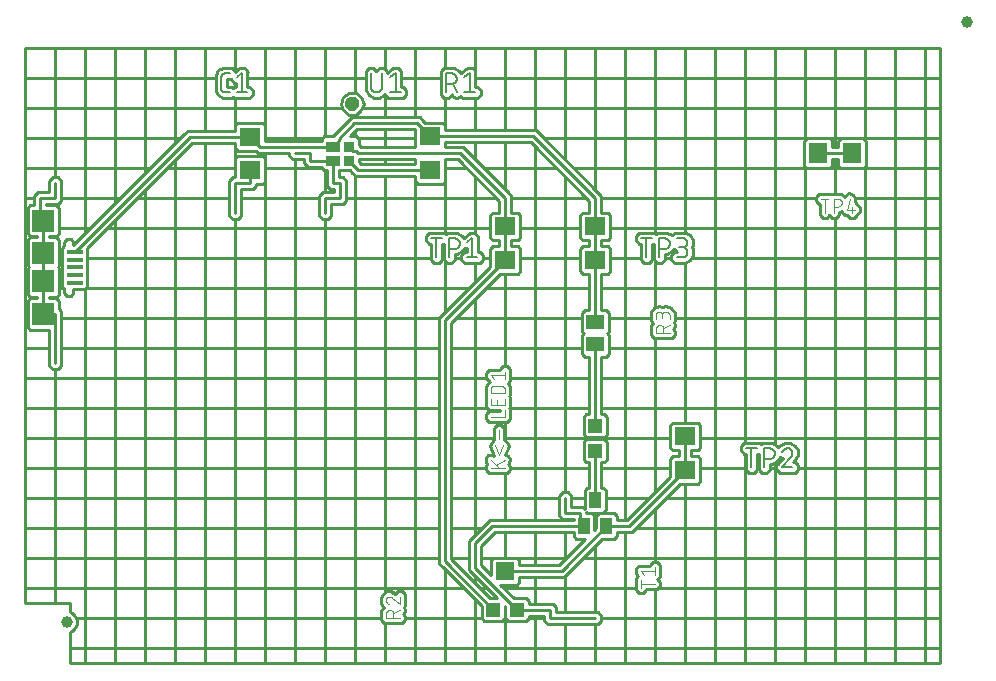
<source format=gtl>
G04 EAGLE Gerber RS-274X export*
G75*
%MOMM*%
%FSLAX34Y34*%
%LPD*%
%INTop Copper*%
%IPPOS*%
%AMOC8*
5,1,8,0,0,1.08239X$1,22.5*%
G01*
%ADD10C,0.152400*%
%ADD11C,0.101600*%
%ADD12C,0.812800*%
%ADD13R,1.800000X1.600000*%
%ADD14R,1.346200X0.381000*%
%ADD15R,1.900000X1.900000*%
%ADD16R,1.200000X1.200000*%
%ADD17R,1.803000X1.600000*%
%ADD18R,1.600000X1.500000*%
%ADD19R,1.500000X1.300000*%
%ADD20R,1.000000X1.400000*%
%ADD21R,1.600000X1.803000*%
%ADD22C,1.000000*%
%ADD23R,0.950000X0.850000*%
%ADD24R,1.150000X0.850000*%
%ADD25R,1.150000X0.970000*%
%ADD26R,0.950000X0.970000*%
%ADD27C,0.254000*%


D10*
X-893713Y546862D02*
X-897326Y546862D01*
X-897444Y546864D01*
X-897562Y546870D01*
X-897680Y546879D01*
X-897797Y546893D01*
X-897914Y546910D01*
X-898031Y546931D01*
X-898146Y546956D01*
X-898261Y546985D01*
X-898375Y547018D01*
X-898487Y547054D01*
X-898598Y547094D01*
X-898708Y547137D01*
X-898817Y547184D01*
X-898924Y547234D01*
X-899029Y547289D01*
X-899132Y547346D01*
X-899233Y547407D01*
X-899333Y547471D01*
X-899430Y547538D01*
X-899525Y547608D01*
X-899617Y547682D01*
X-899708Y547758D01*
X-899795Y547838D01*
X-899880Y547920D01*
X-899962Y548005D01*
X-900042Y548092D01*
X-900118Y548183D01*
X-900192Y548275D01*
X-900262Y548370D01*
X-900329Y548467D01*
X-900393Y548567D01*
X-900454Y548668D01*
X-900511Y548771D01*
X-900566Y548876D01*
X-900616Y548983D01*
X-900663Y549092D01*
X-900706Y549202D01*
X-900746Y549313D01*
X-900782Y549425D01*
X-900815Y549539D01*
X-900844Y549654D01*
X-900869Y549769D01*
X-900890Y549886D01*
X-900907Y550003D01*
X-900921Y550120D01*
X-900930Y550238D01*
X-900936Y550356D01*
X-900938Y550474D01*
X-900938Y559506D01*
X-900936Y559624D01*
X-900930Y559742D01*
X-900921Y559860D01*
X-900907Y559977D01*
X-900890Y560094D01*
X-900869Y560211D01*
X-900844Y560326D01*
X-900815Y560441D01*
X-900782Y560555D01*
X-900746Y560667D01*
X-900706Y560778D01*
X-900663Y560888D01*
X-900616Y560997D01*
X-900566Y561104D01*
X-900511Y561209D01*
X-900454Y561312D01*
X-900393Y561413D01*
X-900329Y561513D01*
X-900262Y561610D01*
X-900192Y561705D01*
X-900118Y561797D01*
X-900042Y561888D01*
X-899962Y561975D01*
X-899880Y562060D01*
X-899795Y562142D01*
X-899708Y562222D01*
X-899617Y562298D01*
X-899525Y562372D01*
X-899430Y562442D01*
X-899333Y562509D01*
X-899233Y562573D01*
X-899132Y562634D01*
X-899029Y562691D01*
X-898924Y562746D01*
X-898817Y562796D01*
X-898708Y562843D01*
X-898598Y562886D01*
X-898487Y562926D01*
X-898375Y562962D01*
X-898261Y562995D01*
X-898146Y563024D01*
X-898031Y563049D01*
X-897914Y563070D01*
X-897797Y563087D01*
X-897680Y563101D01*
X-897562Y563110D01*
X-897444Y563116D01*
X-897326Y563118D01*
X-893713Y563118D01*
X-887873Y559506D02*
X-883357Y563118D01*
X-883357Y546862D01*
X-887873Y546862D02*
X-878841Y546862D01*
X-773938Y551378D02*
X-773938Y563118D01*
X-773938Y551378D02*
X-773936Y551245D01*
X-773930Y551113D01*
X-773920Y550981D01*
X-773907Y550849D01*
X-773889Y550717D01*
X-773868Y550587D01*
X-773843Y550456D01*
X-773814Y550327D01*
X-773781Y550199D01*
X-773745Y550071D01*
X-773705Y549945D01*
X-773661Y549820D01*
X-773613Y549696D01*
X-773562Y549574D01*
X-773507Y549453D01*
X-773449Y549334D01*
X-773387Y549216D01*
X-773322Y549101D01*
X-773253Y548987D01*
X-773182Y548876D01*
X-773106Y548767D01*
X-773028Y548660D01*
X-772947Y548555D01*
X-772862Y548453D01*
X-772775Y548353D01*
X-772685Y548256D01*
X-772592Y548161D01*
X-772496Y548070D01*
X-772398Y547981D01*
X-772297Y547895D01*
X-772193Y547812D01*
X-772087Y547732D01*
X-771979Y547656D01*
X-771869Y547582D01*
X-771756Y547512D01*
X-771642Y547445D01*
X-771525Y547382D01*
X-771407Y547322D01*
X-771287Y547265D01*
X-771165Y547212D01*
X-771042Y547163D01*
X-770918Y547117D01*
X-770792Y547075D01*
X-770665Y547037D01*
X-770537Y547002D01*
X-770408Y546971D01*
X-770279Y546944D01*
X-770148Y546921D01*
X-770017Y546901D01*
X-769885Y546886D01*
X-769753Y546874D01*
X-769621Y546866D01*
X-769488Y546862D01*
X-769356Y546862D01*
X-769223Y546866D01*
X-769091Y546874D01*
X-768959Y546886D01*
X-768827Y546901D01*
X-768696Y546921D01*
X-768565Y546944D01*
X-768436Y546971D01*
X-768307Y547002D01*
X-768179Y547037D01*
X-768052Y547075D01*
X-767926Y547117D01*
X-767802Y547163D01*
X-767679Y547212D01*
X-767557Y547265D01*
X-767437Y547322D01*
X-767319Y547382D01*
X-767202Y547445D01*
X-767088Y547512D01*
X-766975Y547582D01*
X-766865Y547656D01*
X-766757Y547732D01*
X-766651Y547812D01*
X-766547Y547895D01*
X-766446Y547981D01*
X-766348Y548070D01*
X-766252Y548161D01*
X-766159Y548256D01*
X-766069Y548353D01*
X-765982Y548453D01*
X-765897Y548555D01*
X-765816Y548660D01*
X-765738Y548767D01*
X-765662Y548876D01*
X-765591Y548987D01*
X-765522Y549101D01*
X-765457Y549216D01*
X-765395Y549334D01*
X-765337Y549453D01*
X-765282Y549574D01*
X-765231Y549696D01*
X-765183Y549820D01*
X-765139Y549945D01*
X-765099Y550071D01*
X-765063Y550199D01*
X-765030Y550327D01*
X-765001Y550456D01*
X-764976Y550587D01*
X-764955Y550717D01*
X-764937Y550849D01*
X-764924Y550981D01*
X-764914Y551113D01*
X-764908Y551245D01*
X-764906Y551378D01*
X-764907Y551378D02*
X-764907Y563118D01*
X-757786Y559506D02*
X-753270Y563118D01*
X-753270Y546862D01*
X-748755Y546862D02*
X-757786Y546862D01*
X-710438Y546862D02*
X-710438Y563118D01*
X-705922Y563118D01*
X-705789Y563116D01*
X-705657Y563110D01*
X-705525Y563100D01*
X-705393Y563087D01*
X-705261Y563069D01*
X-705131Y563048D01*
X-705000Y563023D01*
X-704871Y562994D01*
X-704743Y562961D01*
X-704615Y562925D01*
X-704489Y562885D01*
X-704364Y562841D01*
X-704240Y562793D01*
X-704118Y562742D01*
X-703997Y562687D01*
X-703878Y562629D01*
X-703760Y562567D01*
X-703645Y562502D01*
X-703531Y562433D01*
X-703420Y562362D01*
X-703311Y562286D01*
X-703204Y562208D01*
X-703099Y562127D01*
X-702997Y562042D01*
X-702897Y561955D01*
X-702800Y561865D01*
X-702705Y561772D01*
X-702614Y561676D01*
X-702525Y561578D01*
X-702439Y561477D01*
X-702356Y561373D01*
X-702276Y561267D01*
X-702200Y561159D01*
X-702126Y561049D01*
X-702056Y560936D01*
X-701989Y560822D01*
X-701926Y560705D01*
X-701866Y560587D01*
X-701809Y560467D01*
X-701756Y560345D01*
X-701707Y560222D01*
X-701661Y560098D01*
X-701619Y559972D01*
X-701581Y559845D01*
X-701546Y559717D01*
X-701515Y559588D01*
X-701488Y559459D01*
X-701465Y559328D01*
X-701445Y559197D01*
X-701430Y559065D01*
X-701418Y558933D01*
X-701410Y558801D01*
X-701406Y558668D01*
X-701406Y558536D01*
X-701410Y558403D01*
X-701418Y558271D01*
X-701430Y558139D01*
X-701445Y558007D01*
X-701465Y557876D01*
X-701488Y557745D01*
X-701515Y557616D01*
X-701546Y557487D01*
X-701581Y557359D01*
X-701619Y557232D01*
X-701661Y557106D01*
X-701707Y556982D01*
X-701756Y556859D01*
X-701809Y556737D01*
X-701866Y556617D01*
X-701926Y556499D01*
X-701989Y556382D01*
X-702056Y556268D01*
X-702126Y556155D01*
X-702200Y556045D01*
X-702276Y555937D01*
X-702356Y555831D01*
X-702439Y555727D01*
X-702525Y555626D01*
X-702614Y555528D01*
X-702705Y555432D01*
X-702800Y555339D01*
X-702897Y555249D01*
X-702997Y555162D01*
X-703099Y555077D01*
X-703204Y554996D01*
X-703311Y554918D01*
X-703420Y554842D01*
X-703531Y554771D01*
X-703645Y554702D01*
X-703760Y554637D01*
X-703878Y554575D01*
X-703997Y554517D01*
X-704118Y554462D01*
X-704240Y554411D01*
X-704364Y554363D01*
X-704489Y554319D01*
X-704615Y554279D01*
X-704743Y554243D01*
X-704871Y554210D01*
X-705000Y554181D01*
X-705131Y554156D01*
X-705261Y554135D01*
X-705393Y554117D01*
X-705525Y554104D01*
X-705657Y554094D01*
X-705789Y554088D01*
X-705922Y554086D01*
X-705922Y554087D02*
X-710438Y554087D01*
X-705019Y554087D02*
X-701407Y546862D01*
X-694898Y559506D02*
X-690383Y563118D01*
X-690383Y546862D01*
X-694898Y546862D02*
X-685867Y546862D01*
X-718622Y423418D02*
X-718622Y407162D01*
X-723138Y423418D02*
X-714107Y423418D01*
X-707817Y423418D02*
X-707817Y407162D01*
X-707817Y423418D02*
X-703301Y423418D01*
X-703168Y423416D01*
X-703036Y423410D01*
X-702904Y423400D01*
X-702772Y423387D01*
X-702640Y423369D01*
X-702510Y423348D01*
X-702379Y423323D01*
X-702250Y423294D01*
X-702122Y423261D01*
X-701994Y423225D01*
X-701868Y423185D01*
X-701743Y423141D01*
X-701619Y423093D01*
X-701497Y423042D01*
X-701376Y422987D01*
X-701257Y422929D01*
X-701139Y422867D01*
X-701024Y422802D01*
X-700910Y422733D01*
X-700799Y422662D01*
X-700690Y422586D01*
X-700583Y422508D01*
X-700478Y422427D01*
X-700376Y422342D01*
X-700276Y422255D01*
X-700179Y422165D01*
X-700084Y422072D01*
X-699993Y421976D01*
X-699904Y421878D01*
X-699818Y421777D01*
X-699735Y421673D01*
X-699655Y421567D01*
X-699579Y421459D01*
X-699505Y421349D01*
X-699435Y421236D01*
X-699368Y421122D01*
X-699305Y421005D01*
X-699245Y420887D01*
X-699188Y420767D01*
X-699135Y420645D01*
X-699086Y420522D01*
X-699040Y420398D01*
X-698998Y420272D01*
X-698960Y420145D01*
X-698925Y420017D01*
X-698894Y419888D01*
X-698867Y419759D01*
X-698844Y419628D01*
X-698824Y419497D01*
X-698809Y419365D01*
X-698797Y419233D01*
X-698789Y419101D01*
X-698785Y418968D01*
X-698785Y418836D01*
X-698789Y418703D01*
X-698797Y418571D01*
X-698809Y418439D01*
X-698824Y418307D01*
X-698844Y418176D01*
X-698867Y418045D01*
X-698894Y417916D01*
X-698925Y417787D01*
X-698960Y417659D01*
X-698998Y417532D01*
X-699040Y417406D01*
X-699086Y417282D01*
X-699135Y417159D01*
X-699188Y417037D01*
X-699245Y416917D01*
X-699305Y416799D01*
X-699368Y416682D01*
X-699435Y416568D01*
X-699505Y416455D01*
X-699579Y416345D01*
X-699655Y416237D01*
X-699735Y416131D01*
X-699818Y416027D01*
X-699904Y415926D01*
X-699993Y415828D01*
X-700084Y415732D01*
X-700179Y415639D01*
X-700276Y415549D01*
X-700376Y415462D01*
X-700478Y415377D01*
X-700583Y415296D01*
X-700690Y415218D01*
X-700799Y415142D01*
X-700910Y415071D01*
X-701024Y415002D01*
X-701139Y414937D01*
X-701257Y414875D01*
X-701376Y414817D01*
X-701497Y414762D01*
X-701619Y414711D01*
X-701743Y414663D01*
X-701868Y414619D01*
X-701994Y414579D01*
X-702122Y414543D01*
X-702250Y414510D01*
X-702379Y414481D01*
X-702510Y414456D01*
X-702640Y414435D01*
X-702772Y414417D01*
X-702904Y414404D01*
X-703036Y414394D01*
X-703168Y414388D01*
X-703301Y414386D01*
X-703301Y414387D02*
X-707817Y414387D01*
X-692918Y419806D02*
X-688402Y423418D01*
X-688402Y407162D01*
X-683887Y407162D02*
X-692918Y407162D01*
X-540822Y407162D02*
X-540822Y423418D01*
X-536307Y423418D02*
X-545338Y423418D01*
X-530017Y423418D02*
X-530017Y407162D01*
X-530017Y423418D02*
X-525501Y423418D01*
X-525368Y423416D01*
X-525236Y423410D01*
X-525104Y423400D01*
X-524972Y423387D01*
X-524840Y423369D01*
X-524710Y423348D01*
X-524579Y423323D01*
X-524450Y423294D01*
X-524322Y423261D01*
X-524194Y423225D01*
X-524068Y423185D01*
X-523943Y423141D01*
X-523819Y423093D01*
X-523697Y423042D01*
X-523576Y422987D01*
X-523457Y422929D01*
X-523339Y422867D01*
X-523224Y422802D01*
X-523110Y422733D01*
X-522999Y422662D01*
X-522890Y422586D01*
X-522783Y422508D01*
X-522678Y422427D01*
X-522576Y422342D01*
X-522476Y422255D01*
X-522379Y422165D01*
X-522284Y422072D01*
X-522193Y421976D01*
X-522104Y421878D01*
X-522018Y421777D01*
X-521935Y421673D01*
X-521855Y421567D01*
X-521779Y421459D01*
X-521705Y421349D01*
X-521635Y421236D01*
X-521568Y421122D01*
X-521505Y421005D01*
X-521445Y420887D01*
X-521388Y420767D01*
X-521335Y420645D01*
X-521286Y420522D01*
X-521240Y420398D01*
X-521198Y420272D01*
X-521160Y420145D01*
X-521125Y420017D01*
X-521094Y419888D01*
X-521067Y419759D01*
X-521044Y419628D01*
X-521024Y419497D01*
X-521009Y419365D01*
X-520997Y419233D01*
X-520989Y419101D01*
X-520985Y418968D01*
X-520985Y418836D01*
X-520989Y418703D01*
X-520997Y418571D01*
X-521009Y418439D01*
X-521024Y418307D01*
X-521044Y418176D01*
X-521067Y418045D01*
X-521094Y417916D01*
X-521125Y417787D01*
X-521160Y417659D01*
X-521198Y417532D01*
X-521240Y417406D01*
X-521286Y417282D01*
X-521335Y417159D01*
X-521388Y417037D01*
X-521445Y416917D01*
X-521505Y416799D01*
X-521568Y416682D01*
X-521635Y416568D01*
X-521705Y416455D01*
X-521779Y416345D01*
X-521855Y416237D01*
X-521935Y416131D01*
X-522018Y416027D01*
X-522104Y415926D01*
X-522193Y415828D01*
X-522284Y415732D01*
X-522379Y415639D01*
X-522476Y415549D01*
X-522576Y415462D01*
X-522678Y415377D01*
X-522783Y415296D01*
X-522890Y415218D01*
X-522999Y415142D01*
X-523110Y415071D01*
X-523224Y415002D01*
X-523339Y414937D01*
X-523457Y414875D01*
X-523576Y414817D01*
X-523697Y414762D01*
X-523819Y414711D01*
X-523943Y414663D01*
X-524068Y414619D01*
X-524194Y414579D01*
X-524322Y414543D01*
X-524450Y414510D01*
X-524579Y414481D01*
X-524710Y414456D01*
X-524840Y414435D01*
X-524972Y414417D01*
X-525104Y414404D01*
X-525236Y414394D01*
X-525368Y414388D01*
X-525501Y414386D01*
X-525501Y414387D02*
X-530017Y414387D01*
X-515118Y407162D02*
X-510602Y407162D01*
X-510469Y407164D01*
X-510337Y407170D01*
X-510205Y407180D01*
X-510073Y407193D01*
X-509941Y407211D01*
X-509811Y407232D01*
X-509680Y407257D01*
X-509551Y407286D01*
X-509423Y407319D01*
X-509295Y407355D01*
X-509169Y407395D01*
X-509044Y407439D01*
X-508920Y407487D01*
X-508798Y407538D01*
X-508677Y407593D01*
X-508558Y407651D01*
X-508440Y407713D01*
X-508325Y407778D01*
X-508211Y407847D01*
X-508100Y407918D01*
X-507991Y407994D01*
X-507884Y408072D01*
X-507779Y408153D01*
X-507677Y408238D01*
X-507577Y408325D01*
X-507480Y408415D01*
X-507385Y408508D01*
X-507294Y408604D01*
X-507205Y408702D01*
X-507119Y408803D01*
X-507036Y408907D01*
X-506956Y409013D01*
X-506880Y409121D01*
X-506806Y409231D01*
X-506736Y409344D01*
X-506669Y409458D01*
X-506606Y409575D01*
X-506546Y409693D01*
X-506489Y409813D01*
X-506436Y409935D01*
X-506387Y410058D01*
X-506341Y410182D01*
X-506299Y410308D01*
X-506261Y410435D01*
X-506226Y410563D01*
X-506195Y410692D01*
X-506168Y410821D01*
X-506145Y410952D01*
X-506125Y411083D01*
X-506110Y411215D01*
X-506098Y411347D01*
X-506090Y411479D01*
X-506086Y411612D01*
X-506086Y411744D01*
X-506090Y411877D01*
X-506098Y412009D01*
X-506110Y412141D01*
X-506125Y412273D01*
X-506145Y412404D01*
X-506168Y412535D01*
X-506195Y412664D01*
X-506226Y412793D01*
X-506261Y412921D01*
X-506299Y413048D01*
X-506341Y413174D01*
X-506387Y413298D01*
X-506436Y413421D01*
X-506489Y413543D01*
X-506546Y413663D01*
X-506606Y413781D01*
X-506669Y413898D01*
X-506736Y414012D01*
X-506806Y414125D01*
X-506880Y414235D01*
X-506956Y414343D01*
X-507036Y414449D01*
X-507119Y414553D01*
X-507205Y414654D01*
X-507294Y414752D01*
X-507385Y414848D01*
X-507480Y414941D01*
X-507577Y415031D01*
X-507677Y415118D01*
X-507779Y415203D01*
X-507884Y415284D01*
X-507991Y415362D01*
X-508100Y415438D01*
X-508211Y415509D01*
X-508325Y415578D01*
X-508440Y415643D01*
X-508558Y415705D01*
X-508677Y415763D01*
X-508798Y415818D01*
X-508920Y415869D01*
X-509044Y415917D01*
X-509169Y415961D01*
X-509295Y416001D01*
X-509423Y416037D01*
X-509551Y416070D01*
X-509680Y416099D01*
X-509811Y416124D01*
X-509941Y416145D01*
X-510073Y416163D01*
X-510205Y416176D01*
X-510337Y416186D01*
X-510469Y416192D01*
X-510602Y416194D01*
X-509699Y423418D02*
X-515118Y423418D01*
X-509699Y423418D02*
X-509580Y423416D01*
X-509460Y423410D01*
X-509341Y423400D01*
X-509223Y423386D01*
X-509104Y423369D01*
X-508987Y423347D01*
X-508870Y423322D01*
X-508755Y423292D01*
X-508640Y423259D01*
X-508526Y423222D01*
X-508414Y423182D01*
X-508303Y423137D01*
X-508194Y423089D01*
X-508086Y423038D01*
X-507980Y422983D01*
X-507876Y422924D01*
X-507774Y422862D01*
X-507674Y422797D01*
X-507576Y422728D01*
X-507480Y422656D01*
X-507387Y422581D01*
X-507297Y422504D01*
X-507209Y422423D01*
X-507124Y422339D01*
X-507042Y422252D01*
X-506962Y422163D01*
X-506886Y422071D01*
X-506812Y421977D01*
X-506742Y421880D01*
X-506675Y421782D01*
X-506611Y421681D01*
X-506551Y421577D01*
X-506494Y421472D01*
X-506441Y421365D01*
X-506391Y421257D01*
X-506345Y421147D01*
X-506303Y421035D01*
X-506264Y420922D01*
X-506229Y420808D01*
X-506198Y420693D01*
X-506170Y420576D01*
X-506147Y420459D01*
X-506127Y420342D01*
X-506111Y420223D01*
X-506099Y420104D01*
X-506091Y419985D01*
X-506087Y419866D01*
X-506087Y419746D01*
X-506091Y419627D01*
X-506099Y419508D01*
X-506111Y419389D01*
X-506127Y419270D01*
X-506147Y419153D01*
X-506170Y419036D01*
X-506198Y418919D01*
X-506229Y418804D01*
X-506264Y418690D01*
X-506303Y418577D01*
X-506345Y418465D01*
X-506391Y418355D01*
X-506441Y418247D01*
X-506494Y418140D01*
X-506551Y418035D01*
X-506611Y417931D01*
X-506675Y417830D01*
X-506742Y417732D01*
X-506812Y417635D01*
X-506886Y417541D01*
X-506962Y417449D01*
X-507042Y417360D01*
X-507124Y417273D01*
X-507209Y417189D01*
X-507297Y417108D01*
X-507387Y417031D01*
X-507480Y416956D01*
X-507576Y416884D01*
X-507674Y416815D01*
X-507774Y416750D01*
X-507876Y416688D01*
X-507980Y416629D01*
X-508086Y416574D01*
X-508194Y416523D01*
X-508303Y416475D01*
X-508414Y416430D01*
X-508526Y416390D01*
X-508640Y416353D01*
X-508755Y416320D01*
X-508870Y416290D01*
X-508987Y416265D01*
X-509104Y416243D01*
X-509223Y416226D01*
X-509341Y416212D01*
X-509460Y416202D01*
X-509580Y416196D01*
X-509699Y416194D01*
X-509699Y416193D02*
X-513311Y416193D01*
X-451922Y245618D02*
X-451922Y229362D01*
X-456438Y245618D02*
X-447407Y245618D01*
X-441117Y245618D02*
X-441117Y229362D01*
X-441117Y245618D02*
X-436601Y245618D01*
X-436468Y245616D01*
X-436336Y245610D01*
X-436204Y245600D01*
X-436072Y245587D01*
X-435940Y245569D01*
X-435810Y245548D01*
X-435679Y245523D01*
X-435550Y245494D01*
X-435422Y245461D01*
X-435294Y245425D01*
X-435168Y245385D01*
X-435043Y245341D01*
X-434919Y245293D01*
X-434797Y245242D01*
X-434676Y245187D01*
X-434557Y245129D01*
X-434439Y245067D01*
X-434324Y245002D01*
X-434210Y244933D01*
X-434099Y244862D01*
X-433990Y244786D01*
X-433883Y244708D01*
X-433778Y244627D01*
X-433676Y244542D01*
X-433576Y244455D01*
X-433479Y244365D01*
X-433384Y244272D01*
X-433293Y244176D01*
X-433204Y244078D01*
X-433118Y243977D01*
X-433035Y243873D01*
X-432955Y243767D01*
X-432879Y243659D01*
X-432805Y243549D01*
X-432735Y243436D01*
X-432668Y243322D01*
X-432605Y243205D01*
X-432545Y243087D01*
X-432488Y242967D01*
X-432435Y242845D01*
X-432386Y242722D01*
X-432340Y242598D01*
X-432298Y242472D01*
X-432260Y242345D01*
X-432225Y242217D01*
X-432194Y242088D01*
X-432167Y241959D01*
X-432144Y241828D01*
X-432124Y241697D01*
X-432109Y241565D01*
X-432097Y241433D01*
X-432089Y241301D01*
X-432085Y241168D01*
X-432085Y241036D01*
X-432089Y240903D01*
X-432097Y240771D01*
X-432109Y240639D01*
X-432124Y240507D01*
X-432144Y240376D01*
X-432167Y240245D01*
X-432194Y240116D01*
X-432225Y239987D01*
X-432260Y239859D01*
X-432298Y239732D01*
X-432340Y239606D01*
X-432386Y239482D01*
X-432435Y239359D01*
X-432488Y239237D01*
X-432545Y239117D01*
X-432605Y238999D01*
X-432668Y238882D01*
X-432735Y238768D01*
X-432805Y238655D01*
X-432879Y238545D01*
X-432955Y238437D01*
X-433035Y238331D01*
X-433118Y238227D01*
X-433204Y238126D01*
X-433293Y238028D01*
X-433384Y237932D01*
X-433479Y237839D01*
X-433576Y237749D01*
X-433676Y237662D01*
X-433778Y237577D01*
X-433883Y237496D01*
X-433990Y237418D01*
X-434099Y237342D01*
X-434210Y237271D01*
X-434324Y237202D01*
X-434439Y237137D01*
X-434557Y237075D01*
X-434676Y237017D01*
X-434797Y236962D01*
X-434919Y236911D01*
X-435043Y236863D01*
X-435168Y236819D01*
X-435294Y236779D01*
X-435422Y236743D01*
X-435550Y236710D01*
X-435679Y236681D01*
X-435810Y236656D01*
X-435940Y236635D01*
X-436072Y236617D01*
X-436204Y236604D01*
X-436336Y236594D01*
X-436468Y236588D01*
X-436601Y236586D01*
X-436601Y236587D02*
X-441117Y236587D01*
X-421251Y245618D02*
X-421126Y245616D01*
X-421001Y245610D01*
X-420876Y245601D01*
X-420752Y245587D01*
X-420628Y245570D01*
X-420504Y245549D01*
X-420382Y245524D01*
X-420260Y245495D01*
X-420139Y245463D01*
X-420019Y245427D01*
X-419900Y245387D01*
X-419783Y245344D01*
X-419667Y245297D01*
X-419552Y245246D01*
X-419440Y245192D01*
X-419328Y245134D01*
X-419219Y245074D01*
X-419112Y245009D01*
X-419006Y244942D01*
X-418903Y244871D01*
X-418802Y244797D01*
X-418703Y244720D01*
X-418607Y244640D01*
X-418513Y244557D01*
X-418422Y244472D01*
X-418333Y244383D01*
X-418248Y244292D01*
X-418165Y244198D01*
X-418085Y244102D01*
X-418008Y244003D01*
X-417934Y243902D01*
X-417863Y243799D01*
X-417796Y243693D01*
X-417731Y243586D01*
X-417671Y243477D01*
X-417613Y243365D01*
X-417559Y243253D01*
X-417508Y243138D01*
X-417461Y243022D01*
X-417418Y242905D01*
X-417378Y242786D01*
X-417342Y242666D01*
X-417310Y242545D01*
X-417281Y242423D01*
X-417256Y242301D01*
X-417235Y242177D01*
X-417218Y242053D01*
X-417204Y241929D01*
X-417195Y241804D01*
X-417189Y241679D01*
X-417187Y241554D01*
X-421251Y245618D02*
X-421394Y245616D01*
X-421536Y245610D01*
X-421679Y245600D01*
X-421821Y245587D01*
X-421962Y245569D01*
X-422104Y245548D01*
X-422244Y245523D01*
X-422384Y245494D01*
X-422523Y245461D01*
X-422661Y245424D01*
X-422798Y245384D01*
X-422933Y245340D01*
X-423068Y245292D01*
X-423201Y245240D01*
X-423333Y245185D01*
X-423463Y245126D01*
X-423591Y245064D01*
X-423718Y244998D01*
X-423843Y244929D01*
X-423966Y244857D01*
X-424087Y244781D01*
X-424205Y244702D01*
X-424322Y244619D01*
X-424436Y244534D01*
X-424548Y244445D01*
X-424657Y244354D01*
X-424764Y244259D01*
X-424869Y244162D01*
X-424970Y244061D01*
X-425069Y243958D01*
X-425165Y243853D01*
X-425258Y243744D01*
X-425348Y243633D01*
X-425435Y243520D01*
X-425519Y243405D01*
X-425599Y243287D01*
X-425677Y243167D01*
X-425751Y243045D01*
X-425821Y242921D01*
X-425889Y242795D01*
X-425952Y242667D01*
X-426013Y242538D01*
X-426070Y242407D01*
X-426123Y242275D01*
X-426172Y242141D01*
X-426218Y242006D01*
X-418542Y238393D02*
X-418448Y238485D01*
X-418358Y238579D01*
X-418270Y238676D01*
X-418185Y238776D01*
X-418103Y238878D01*
X-418024Y238983D01*
X-417949Y239090D01*
X-417877Y239199D01*
X-417808Y239310D01*
X-417742Y239424D01*
X-417680Y239539D01*
X-417621Y239656D01*
X-417566Y239775D01*
X-417515Y239895D01*
X-417467Y240017D01*
X-417422Y240140D01*
X-417382Y240264D01*
X-417345Y240390D01*
X-417312Y240517D01*
X-417283Y240644D01*
X-417257Y240773D01*
X-417236Y240902D01*
X-417218Y241032D01*
X-417205Y241162D01*
X-417195Y241292D01*
X-417189Y241423D01*
X-417187Y241554D01*
X-418541Y238393D02*
X-426218Y229362D01*
X-417187Y229362D01*
D11*
X-660908Y229108D02*
X-672592Y229108D01*
X-672592Y235599D02*
X-665452Y229108D01*
X-668048Y231704D02*
X-660908Y235599D01*
X-665452Y240101D02*
X-668697Y247890D01*
X-662206Y247890D02*
X-665452Y240101D01*
X-665452Y253055D02*
X-665452Y260844D01*
X-660908Y272395D02*
X-672592Y272395D01*
X-660908Y272395D02*
X-660908Y277588D01*
X-660908Y282301D02*
X-660908Y287494D01*
X-660908Y282301D02*
X-672592Y282301D01*
X-672592Y287494D01*
X-667399Y286196D02*
X-667399Y282301D01*
X-672592Y292185D02*
X-660908Y292185D01*
X-672592Y292185D02*
X-672592Y295430D01*
X-672590Y295543D01*
X-672584Y295656D01*
X-672574Y295769D01*
X-672560Y295882D01*
X-672543Y295994D01*
X-672521Y296105D01*
X-672496Y296215D01*
X-672466Y296325D01*
X-672433Y296433D01*
X-672396Y296540D01*
X-672356Y296646D01*
X-672311Y296750D01*
X-672263Y296853D01*
X-672212Y296954D01*
X-672157Y297053D01*
X-672099Y297150D01*
X-672037Y297245D01*
X-671972Y297338D01*
X-671904Y297428D01*
X-671833Y297516D01*
X-671758Y297602D01*
X-671681Y297685D01*
X-671601Y297765D01*
X-671518Y297842D01*
X-671432Y297917D01*
X-671344Y297988D01*
X-671254Y298056D01*
X-671161Y298121D01*
X-671066Y298183D01*
X-670969Y298241D01*
X-670870Y298296D01*
X-670769Y298347D01*
X-670666Y298395D01*
X-670562Y298440D01*
X-670456Y298480D01*
X-670349Y298517D01*
X-670241Y298550D01*
X-670131Y298580D01*
X-670021Y298605D01*
X-669910Y298627D01*
X-669798Y298644D01*
X-669685Y298658D01*
X-669572Y298668D01*
X-669459Y298674D01*
X-669346Y298676D01*
X-664154Y298676D01*
X-664041Y298674D01*
X-663928Y298668D01*
X-663815Y298658D01*
X-663702Y298644D01*
X-663590Y298627D01*
X-663479Y298605D01*
X-663369Y298580D01*
X-663259Y298550D01*
X-663151Y298517D01*
X-663044Y298480D01*
X-662938Y298440D01*
X-662834Y298395D01*
X-662731Y298347D01*
X-662630Y298296D01*
X-662531Y298241D01*
X-662434Y298183D01*
X-662339Y298121D01*
X-662246Y298056D01*
X-662156Y297988D01*
X-662068Y297917D01*
X-661982Y297842D01*
X-661899Y297765D01*
X-661819Y297685D01*
X-661742Y297602D01*
X-661667Y297516D01*
X-661596Y297428D01*
X-661528Y297338D01*
X-661463Y297245D01*
X-661401Y297150D01*
X-661343Y297053D01*
X-661288Y296954D01*
X-661237Y296853D01*
X-661189Y296750D01*
X-661144Y296646D01*
X-661104Y296540D01*
X-661067Y296433D01*
X-661034Y296325D01*
X-661004Y296215D01*
X-660979Y296105D01*
X-660957Y295994D01*
X-660940Y295882D01*
X-660926Y295769D01*
X-660916Y295656D01*
X-660910Y295543D01*
X-660908Y295430D01*
X-660908Y292185D01*
X-669996Y303996D02*
X-672592Y307241D01*
X-660908Y307241D01*
X-660908Y303996D02*
X-660908Y310487D01*
X-532892Y343408D02*
X-521208Y343408D01*
X-532892Y343408D02*
X-532892Y346654D01*
X-532890Y346767D01*
X-532884Y346880D01*
X-532874Y346993D01*
X-532860Y347106D01*
X-532843Y347218D01*
X-532821Y347329D01*
X-532796Y347439D01*
X-532766Y347549D01*
X-532733Y347657D01*
X-532696Y347764D01*
X-532656Y347870D01*
X-532611Y347974D01*
X-532563Y348077D01*
X-532512Y348178D01*
X-532457Y348277D01*
X-532399Y348374D01*
X-532337Y348469D01*
X-532272Y348562D01*
X-532204Y348652D01*
X-532133Y348740D01*
X-532058Y348826D01*
X-531981Y348909D01*
X-531901Y348989D01*
X-531818Y349066D01*
X-531732Y349141D01*
X-531644Y349212D01*
X-531554Y349280D01*
X-531461Y349345D01*
X-531366Y349407D01*
X-531269Y349465D01*
X-531170Y349520D01*
X-531069Y349571D01*
X-530966Y349619D01*
X-530862Y349664D01*
X-530756Y349704D01*
X-530649Y349741D01*
X-530541Y349774D01*
X-530431Y349804D01*
X-530321Y349829D01*
X-530210Y349851D01*
X-530098Y349868D01*
X-529985Y349882D01*
X-529872Y349892D01*
X-529759Y349898D01*
X-529646Y349900D01*
X-529533Y349898D01*
X-529420Y349892D01*
X-529307Y349882D01*
X-529194Y349868D01*
X-529082Y349851D01*
X-528971Y349829D01*
X-528861Y349804D01*
X-528751Y349774D01*
X-528643Y349741D01*
X-528536Y349704D01*
X-528430Y349664D01*
X-528326Y349619D01*
X-528223Y349571D01*
X-528122Y349520D01*
X-528023Y349465D01*
X-527926Y349407D01*
X-527831Y349345D01*
X-527738Y349280D01*
X-527648Y349212D01*
X-527560Y349141D01*
X-527474Y349066D01*
X-527391Y348989D01*
X-527311Y348909D01*
X-527234Y348826D01*
X-527159Y348740D01*
X-527088Y348652D01*
X-527020Y348562D01*
X-526955Y348469D01*
X-526893Y348374D01*
X-526835Y348277D01*
X-526780Y348178D01*
X-526729Y348077D01*
X-526681Y347974D01*
X-526636Y347870D01*
X-526596Y347764D01*
X-526559Y347657D01*
X-526526Y347549D01*
X-526496Y347439D01*
X-526471Y347329D01*
X-526449Y347218D01*
X-526432Y347106D01*
X-526418Y346993D01*
X-526408Y346880D01*
X-526402Y346767D01*
X-526400Y346654D01*
X-526401Y346654D02*
X-526401Y343408D01*
X-526401Y347303D02*
X-521208Y349899D01*
X-521208Y354764D02*
X-521208Y358010D01*
X-521210Y358123D01*
X-521216Y358236D01*
X-521226Y358349D01*
X-521240Y358462D01*
X-521257Y358574D01*
X-521279Y358685D01*
X-521304Y358795D01*
X-521334Y358905D01*
X-521367Y359013D01*
X-521404Y359120D01*
X-521444Y359226D01*
X-521489Y359330D01*
X-521537Y359433D01*
X-521588Y359534D01*
X-521643Y359633D01*
X-521701Y359730D01*
X-521763Y359825D01*
X-521828Y359918D01*
X-521896Y360008D01*
X-521967Y360096D01*
X-522042Y360182D01*
X-522119Y360265D01*
X-522199Y360345D01*
X-522282Y360422D01*
X-522368Y360497D01*
X-522456Y360568D01*
X-522546Y360636D01*
X-522639Y360701D01*
X-522734Y360763D01*
X-522831Y360821D01*
X-522930Y360876D01*
X-523031Y360927D01*
X-523134Y360975D01*
X-523238Y361020D01*
X-523344Y361060D01*
X-523451Y361097D01*
X-523559Y361130D01*
X-523669Y361160D01*
X-523779Y361185D01*
X-523890Y361207D01*
X-524002Y361224D01*
X-524115Y361238D01*
X-524228Y361248D01*
X-524341Y361254D01*
X-524454Y361256D01*
X-524567Y361254D01*
X-524680Y361248D01*
X-524793Y361238D01*
X-524906Y361224D01*
X-525018Y361207D01*
X-525129Y361185D01*
X-525239Y361160D01*
X-525349Y361130D01*
X-525457Y361097D01*
X-525564Y361060D01*
X-525670Y361020D01*
X-525774Y360975D01*
X-525877Y360927D01*
X-525978Y360876D01*
X-526077Y360821D01*
X-526174Y360763D01*
X-526269Y360701D01*
X-526362Y360636D01*
X-526452Y360568D01*
X-526540Y360497D01*
X-526626Y360422D01*
X-526709Y360345D01*
X-526789Y360265D01*
X-526866Y360182D01*
X-526941Y360096D01*
X-527012Y360008D01*
X-527080Y359918D01*
X-527145Y359825D01*
X-527207Y359730D01*
X-527265Y359633D01*
X-527320Y359534D01*
X-527371Y359433D01*
X-527419Y359330D01*
X-527464Y359226D01*
X-527504Y359120D01*
X-527541Y359013D01*
X-527574Y358905D01*
X-527604Y358795D01*
X-527629Y358685D01*
X-527651Y358574D01*
X-527668Y358462D01*
X-527682Y358349D01*
X-527692Y358236D01*
X-527698Y358123D01*
X-527700Y358010D01*
X-532892Y358659D02*
X-532892Y354764D01*
X-532892Y358659D02*
X-532890Y358760D01*
X-532884Y358860D01*
X-532874Y358960D01*
X-532861Y359060D01*
X-532843Y359159D01*
X-532822Y359258D01*
X-532797Y359355D01*
X-532768Y359452D01*
X-532735Y359547D01*
X-532699Y359641D01*
X-532659Y359733D01*
X-532616Y359824D01*
X-532569Y359913D01*
X-532519Y360000D01*
X-532465Y360086D01*
X-532408Y360169D01*
X-532348Y360249D01*
X-532285Y360328D01*
X-532218Y360404D01*
X-532149Y360477D01*
X-532077Y360547D01*
X-532003Y360615D01*
X-531926Y360680D01*
X-531846Y360741D01*
X-531764Y360800D01*
X-531680Y360855D01*
X-531594Y360907D01*
X-531506Y360956D01*
X-531416Y361001D01*
X-531324Y361043D01*
X-531231Y361081D01*
X-531136Y361115D01*
X-531041Y361146D01*
X-530944Y361173D01*
X-530846Y361196D01*
X-530747Y361216D01*
X-530647Y361231D01*
X-530547Y361243D01*
X-530447Y361251D01*
X-530346Y361255D01*
X-530246Y361255D01*
X-530145Y361251D01*
X-530045Y361243D01*
X-529945Y361231D01*
X-529845Y361216D01*
X-529746Y361196D01*
X-529648Y361173D01*
X-529551Y361146D01*
X-529456Y361115D01*
X-529361Y361081D01*
X-529268Y361043D01*
X-529176Y361001D01*
X-529086Y360956D01*
X-528998Y360907D01*
X-528912Y360855D01*
X-528828Y360800D01*
X-528746Y360741D01*
X-528666Y360680D01*
X-528589Y360615D01*
X-528515Y360547D01*
X-528443Y360477D01*
X-528374Y360404D01*
X-528307Y360328D01*
X-528244Y360249D01*
X-528184Y360169D01*
X-528127Y360086D01*
X-528073Y360000D01*
X-528023Y359913D01*
X-527976Y359824D01*
X-527933Y359733D01*
X-527893Y359641D01*
X-527857Y359547D01*
X-527824Y359452D01*
X-527795Y359355D01*
X-527770Y359258D01*
X-527749Y359159D01*
X-527731Y359060D01*
X-527718Y358960D01*
X-527708Y358860D01*
X-527702Y358760D01*
X-527700Y358659D01*
X-527699Y358659D02*
X-527699Y356063D01*
X-533908Y130754D02*
X-545592Y130754D01*
X-545592Y133999D02*
X-545592Y127508D01*
X-542996Y138176D02*
X-545592Y141422D01*
X-533908Y141422D01*
X-533908Y144667D02*
X-533908Y138176D01*
X-749808Y102108D02*
X-761492Y102108D01*
X-761492Y105354D01*
X-761490Y105467D01*
X-761484Y105580D01*
X-761474Y105693D01*
X-761460Y105806D01*
X-761443Y105918D01*
X-761421Y106029D01*
X-761396Y106139D01*
X-761366Y106249D01*
X-761333Y106357D01*
X-761296Y106464D01*
X-761256Y106570D01*
X-761211Y106674D01*
X-761163Y106777D01*
X-761112Y106878D01*
X-761057Y106977D01*
X-760999Y107074D01*
X-760937Y107169D01*
X-760872Y107262D01*
X-760804Y107352D01*
X-760733Y107440D01*
X-760658Y107526D01*
X-760581Y107609D01*
X-760501Y107689D01*
X-760418Y107766D01*
X-760332Y107841D01*
X-760244Y107912D01*
X-760154Y107980D01*
X-760061Y108045D01*
X-759966Y108107D01*
X-759869Y108165D01*
X-759770Y108220D01*
X-759669Y108271D01*
X-759566Y108319D01*
X-759462Y108364D01*
X-759356Y108404D01*
X-759249Y108441D01*
X-759141Y108474D01*
X-759031Y108504D01*
X-758921Y108529D01*
X-758810Y108551D01*
X-758698Y108568D01*
X-758585Y108582D01*
X-758472Y108592D01*
X-758359Y108598D01*
X-758246Y108600D01*
X-758133Y108598D01*
X-758020Y108592D01*
X-757907Y108582D01*
X-757794Y108568D01*
X-757682Y108551D01*
X-757571Y108529D01*
X-757461Y108504D01*
X-757351Y108474D01*
X-757243Y108441D01*
X-757136Y108404D01*
X-757030Y108364D01*
X-756926Y108319D01*
X-756823Y108271D01*
X-756722Y108220D01*
X-756623Y108165D01*
X-756526Y108107D01*
X-756431Y108045D01*
X-756338Y107980D01*
X-756248Y107912D01*
X-756160Y107841D01*
X-756074Y107766D01*
X-755991Y107689D01*
X-755911Y107609D01*
X-755834Y107526D01*
X-755759Y107440D01*
X-755688Y107352D01*
X-755620Y107262D01*
X-755555Y107169D01*
X-755493Y107074D01*
X-755435Y106977D01*
X-755380Y106878D01*
X-755329Y106777D01*
X-755281Y106674D01*
X-755236Y106570D01*
X-755196Y106464D01*
X-755159Y106357D01*
X-755126Y106249D01*
X-755096Y106139D01*
X-755071Y106029D01*
X-755049Y105918D01*
X-755032Y105806D01*
X-755018Y105693D01*
X-755008Y105580D01*
X-755002Y105467D01*
X-755000Y105354D01*
X-755001Y105354D02*
X-755001Y102108D01*
X-755001Y106003D02*
X-749808Y108599D01*
X-758571Y119955D02*
X-758678Y119953D01*
X-758784Y119947D01*
X-758890Y119937D01*
X-758996Y119924D01*
X-759102Y119906D01*
X-759206Y119885D01*
X-759310Y119860D01*
X-759413Y119831D01*
X-759514Y119799D01*
X-759614Y119762D01*
X-759713Y119722D01*
X-759811Y119679D01*
X-759907Y119632D01*
X-760001Y119581D01*
X-760093Y119527D01*
X-760183Y119470D01*
X-760271Y119410D01*
X-760356Y119346D01*
X-760439Y119279D01*
X-760520Y119209D01*
X-760598Y119137D01*
X-760674Y119061D01*
X-760746Y118983D01*
X-760816Y118902D01*
X-760883Y118819D01*
X-760947Y118734D01*
X-761007Y118646D01*
X-761064Y118556D01*
X-761118Y118464D01*
X-761169Y118370D01*
X-761216Y118274D01*
X-761259Y118176D01*
X-761299Y118077D01*
X-761336Y117977D01*
X-761368Y117876D01*
X-761397Y117773D01*
X-761422Y117669D01*
X-761443Y117565D01*
X-761461Y117459D01*
X-761474Y117353D01*
X-761484Y117247D01*
X-761490Y117141D01*
X-761492Y117034D01*
X-761490Y116913D01*
X-761484Y116792D01*
X-761474Y116672D01*
X-761461Y116551D01*
X-761443Y116432D01*
X-761422Y116312D01*
X-761397Y116194D01*
X-761368Y116077D01*
X-761335Y115960D01*
X-761299Y115845D01*
X-761258Y115731D01*
X-761215Y115618D01*
X-761167Y115506D01*
X-761116Y115397D01*
X-761061Y115289D01*
X-761003Y115182D01*
X-760942Y115078D01*
X-760877Y114976D01*
X-760809Y114876D01*
X-760738Y114778D01*
X-760664Y114682D01*
X-760587Y114589D01*
X-760506Y114499D01*
X-760423Y114411D01*
X-760337Y114326D01*
X-760248Y114243D01*
X-760157Y114164D01*
X-760063Y114087D01*
X-759967Y114014D01*
X-759869Y113944D01*
X-759768Y113877D01*
X-759665Y113813D01*
X-759560Y113753D01*
X-759453Y113696D01*
X-759345Y113642D01*
X-759235Y113592D01*
X-759123Y113546D01*
X-759010Y113503D01*
X-758895Y113464D01*
X-756299Y118982D02*
X-756376Y119061D01*
X-756457Y119137D01*
X-756540Y119210D01*
X-756625Y119280D01*
X-756713Y119347D01*
X-756803Y119411D01*
X-756895Y119471D01*
X-756990Y119528D01*
X-757086Y119582D01*
X-757184Y119633D01*
X-757284Y119680D01*
X-757386Y119724D01*
X-757489Y119764D01*
X-757593Y119800D01*
X-757699Y119832D01*
X-757805Y119861D01*
X-757913Y119886D01*
X-758021Y119908D01*
X-758131Y119925D01*
X-758240Y119939D01*
X-758350Y119948D01*
X-758461Y119954D01*
X-758571Y119956D01*
X-756299Y118982D02*
X-749808Y113464D01*
X-749808Y119955D01*
X-389946Y445008D02*
X-389946Y456692D01*
X-386701Y456692D02*
X-393192Y456692D01*
X-381974Y456692D02*
X-381974Y445008D01*
X-381974Y456692D02*
X-378728Y456692D01*
X-378615Y456690D01*
X-378502Y456684D01*
X-378389Y456674D01*
X-378276Y456660D01*
X-378164Y456643D01*
X-378053Y456621D01*
X-377943Y456596D01*
X-377833Y456566D01*
X-377725Y456533D01*
X-377618Y456496D01*
X-377512Y456456D01*
X-377408Y456411D01*
X-377305Y456363D01*
X-377204Y456312D01*
X-377105Y456257D01*
X-377008Y456199D01*
X-376913Y456137D01*
X-376820Y456072D01*
X-376730Y456004D01*
X-376642Y455933D01*
X-376556Y455858D01*
X-376473Y455781D01*
X-376393Y455701D01*
X-376316Y455618D01*
X-376241Y455532D01*
X-376170Y455444D01*
X-376102Y455354D01*
X-376037Y455261D01*
X-375975Y455166D01*
X-375917Y455069D01*
X-375862Y454970D01*
X-375811Y454869D01*
X-375763Y454766D01*
X-375718Y454662D01*
X-375678Y454556D01*
X-375641Y454449D01*
X-375608Y454341D01*
X-375578Y454231D01*
X-375553Y454121D01*
X-375531Y454010D01*
X-375514Y453898D01*
X-375500Y453785D01*
X-375490Y453672D01*
X-375484Y453559D01*
X-375482Y453446D01*
X-375484Y453333D01*
X-375490Y453220D01*
X-375500Y453107D01*
X-375514Y452994D01*
X-375531Y452882D01*
X-375553Y452771D01*
X-375578Y452661D01*
X-375608Y452551D01*
X-375641Y452443D01*
X-375678Y452336D01*
X-375718Y452230D01*
X-375763Y452126D01*
X-375811Y452023D01*
X-375862Y451922D01*
X-375917Y451823D01*
X-375975Y451726D01*
X-376037Y451631D01*
X-376102Y451538D01*
X-376170Y451448D01*
X-376241Y451360D01*
X-376316Y451274D01*
X-376393Y451191D01*
X-376473Y451111D01*
X-376556Y451034D01*
X-376642Y450959D01*
X-376730Y450888D01*
X-376820Y450820D01*
X-376913Y450755D01*
X-377008Y450693D01*
X-377105Y450635D01*
X-377204Y450580D01*
X-377305Y450529D01*
X-377408Y450481D01*
X-377512Y450436D01*
X-377618Y450396D01*
X-377725Y450359D01*
X-377833Y450326D01*
X-377943Y450296D01*
X-378053Y450271D01*
X-378164Y450249D01*
X-378276Y450232D01*
X-378389Y450218D01*
X-378502Y450208D01*
X-378615Y450202D01*
X-378728Y450200D01*
X-378728Y450201D02*
X-381974Y450201D01*
X-371094Y447604D02*
X-368498Y456692D01*
X-371094Y447604D02*
X-364603Y447604D01*
X-366550Y450201D02*
X-366550Y445008D01*
D12*
X-791736Y537210D02*
X-791734Y537294D01*
X-791728Y537378D01*
X-791718Y537462D01*
X-791705Y537545D01*
X-791687Y537627D01*
X-791665Y537709D01*
X-791640Y537789D01*
X-791611Y537868D01*
X-791578Y537946D01*
X-791542Y538022D01*
X-791502Y538096D01*
X-791459Y538168D01*
X-791413Y538238D01*
X-791363Y538306D01*
X-791310Y538372D01*
X-791254Y538435D01*
X-791195Y538495D01*
X-791133Y538552D01*
X-791069Y538607D01*
X-791002Y538658D01*
X-790933Y538706D01*
X-790862Y538751D01*
X-790789Y538793D01*
X-790714Y538831D01*
X-790637Y538865D01*
X-790559Y538896D01*
X-790479Y538923D01*
X-790398Y538947D01*
X-790316Y538966D01*
X-790233Y538982D01*
X-790150Y538994D01*
X-790066Y539002D01*
X-789982Y539006D01*
X-789898Y539006D01*
X-789814Y539002D01*
X-789730Y538994D01*
X-789647Y538982D01*
X-789564Y538966D01*
X-789482Y538947D01*
X-789401Y538923D01*
X-789321Y538896D01*
X-789243Y538865D01*
X-789166Y538831D01*
X-789091Y538793D01*
X-789018Y538751D01*
X-788947Y538706D01*
X-788878Y538658D01*
X-788811Y538607D01*
X-788747Y538552D01*
X-788685Y538495D01*
X-788626Y538435D01*
X-788570Y538372D01*
X-788517Y538306D01*
X-788467Y538238D01*
X-788421Y538168D01*
X-788378Y538096D01*
X-788338Y538022D01*
X-788302Y537946D01*
X-788269Y537868D01*
X-788240Y537789D01*
X-788215Y537709D01*
X-788193Y537627D01*
X-788175Y537545D01*
X-788162Y537462D01*
X-788152Y537378D01*
X-788146Y537294D01*
X-788144Y537210D01*
X-788146Y537126D01*
X-788152Y537042D01*
X-788162Y536958D01*
X-788175Y536875D01*
X-788193Y536793D01*
X-788215Y536711D01*
X-788240Y536631D01*
X-788269Y536552D01*
X-788302Y536474D01*
X-788338Y536398D01*
X-788378Y536324D01*
X-788421Y536252D01*
X-788467Y536182D01*
X-788517Y536114D01*
X-788570Y536048D01*
X-788626Y535985D01*
X-788685Y535925D01*
X-788747Y535868D01*
X-788811Y535813D01*
X-788878Y535762D01*
X-788947Y535714D01*
X-789018Y535669D01*
X-789091Y535627D01*
X-789166Y535589D01*
X-789243Y535555D01*
X-789321Y535524D01*
X-789401Y535497D01*
X-789482Y535473D01*
X-789564Y535454D01*
X-789647Y535438D01*
X-789730Y535426D01*
X-789814Y535418D01*
X-789898Y535414D01*
X-789982Y535414D01*
X-790066Y535418D01*
X-790150Y535426D01*
X-790233Y535438D01*
X-790316Y535454D01*
X-790398Y535473D01*
X-790479Y535497D01*
X-790559Y535524D01*
X-790637Y535555D01*
X-790714Y535589D01*
X-790789Y535627D01*
X-790862Y535669D01*
X-790933Y535714D01*
X-791002Y535762D01*
X-791069Y535813D01*
X-791133Y535868D01*
X-791195Y535925D01*
X-791254Y535985D01*
X-791310Y536048D01*
X-791363Y536114D01*
X-791413Y536182D01*
X-791459Y536252D01*
X-791502Y536324D01*
X-791542Y536398D01*
X-791578Y536474D01*
X-791611Y536552D01*
X-791640Y536631D01*
X-791665Y536711D01*
X-791687Y536793D01*
X-791705Y536875D01*
X-791718Y536958D01*
X-791728Y537042D01*
X-791734Y537126D01*
X-791736Y537210D01*
D13*
X-876300Y481300D03*
X-876300Y509300D03*
D14*
X-1024810Y411780D03*
X-1024810Y405280D03*
X-1024810Y398780D03*
X-1024810Y392280D03*
X-1024810Y385780D03*
D15*
X-1051560Y438280D03*
X-1051560Y410780D03*
X-1051560Y386780D03*
X-1051560Y359280D03*
D16*
X-584200Y243500D03*
X-584200Y264500D03*
D17*
X-723900Y481080D03*
X-723900Y509520D03*
D16*
X-670400Y109000D03*
X-650400Y109000D03*
D18*
X-660400Y141500D03*
D19*
X-584200Y333400D03*
X-584200Y352400D03*
D20*
X-584200Y201500D03*
X-574700Y179500D03*
X-593700Y179500D03*
D17*
X-660400Y433320D03*
X-660400Y404880D03*
X-508000Y227080D03*
X-508000Y255520D03*
X-584200Y433320D03*
X-584200Y404880D03*
D21*
X-366780Y495300D03*
X-395220Y495300D03*
D22*
X-1031800Y98500D03*
X-269800Y606500D03*
D23*
X-792850Y489000D03*
D24*
X-806350Y489000D03*
D25*
X-806350Y501000D03*
D26*
X-792850Y501000D03*
D27*
X-927290Y509300D02*
X-1024810Y411780D01*
X-927290Y509300D02*
X-876300Y509300D01*
X-868000Y501000D01*
X-806350Y501000D01*
X-801410Y505940D01*
X-801410Y507428D01*
X-788138Y520700D01*
X-735080Y520700D02*
X-723900Y509520D01*
X-735080Y520700D02*
X-788138Y520700D01*
X-723900Y509520D02*
X-636520Y509520D01*
X-584200Y457200D02*
X-584200Y433320D01*
X-584200Y457200D02*
X-636520Y509520D01*
X-584200Y404880D02*
X-584200Y352400D01*
X-584200Y404880D02*
X-584200Y433320D01*
X-784930Y481080D02*
X-792850Y489000D01*
X-784930Y481080D02*
X-723900Y481080D01*
X-685800Y144400D02*
X-650400Y109000D01*
X-685800Y144400D02*
X-685800Y165100D01*
X-671400Y179500D01*
X-593700Y179500D01*
X-806350Y469900D02*
X-806350Y489000D01*
X-806350Y469900D02*
X-800100Y469900D01*
X-806350Y489000D02*
X-825500Y489000D01*
X-825500Y495300D01*
X-596900Y179500D02*
X-593700Y179500D01*
X-596900Y179500D02*
X-596900Y190500D01*
X-622300Y109000D02*
X-650400Y109000D01*
X-622300Y109000D02*
X-622300Y101600D01*
X-609600Y190500D02*
X-596900Y190500D01*
X-825500Y495300D02*
X-838200Y495300D01*
X-800100Y469900D02*
X-800100Y457200D01*
X-812800Y457200D01*
X-876300Y469900D02*
X-876300Y481300D01*
X-876300Y469900D02*
X-889000Y469900D01*
X-1041400Y359280D02*
X-1051560Y359280D01*
X-1051560Y438280D01*
X-1054100Y438280D01*
X-1054100Y457200D01*
X-1041400Y457200D01*
X-1041400Y469900D01*
X-1041400Y359280D02*
X-1041400Y317500D01*
X-889000Y444500D02*
X-889000Y469900D01*
X-812800Y457200D02*
X-812800Y444500D01*
X-622300Y101600D02*
X-584200Y101600D01*
X-609600Y190500D02*
X-609600Y203200D01*
X-395220Y495300D02*
X-366780Y495300D01*
X-788910Y497060D02*
X-792850Y501000D01*
X-788910Y497060D02*
X-786522Y497060D01*
X-784762Y495300D01*
X-698500Y495300D01*
X-660400Y457200D01*
X-660400Y433320D01*
X-660400Y404880D02*
X-672210Y393070D01*
X-711200Y149800D02*
X-670400Y109000D01*
X-711200Y354080D02*
X-660400Y404880D01*
X-711200Y354080D02*
X-711200Y149800D01*
X-660400Y404880D02*
X-660400Y433320D01*
X-660400Y141500D02*
X-612700Y141500D01*
X-574700Y179500D01*
X-555580Y179500D01*
X-508000Y227080D01*
X-508000Y255520D01*
X-584200Y264500D02*
X-584200Y333400D01*
X-584200Y243500D02*
X-584200Y201500D01*
X-648590Y150578D02*
X-648590Y146580D01*
X-648590Y150578D02*
X-650822Y152810D01*
X-669978Y152810D01*
X-672210Y150578D01*
X-672210Y137994D01*
X-680720Y146504D01*
X-680720Y162996D01*
X-669296Y174420D01*
X-602510Y174420D01*
X-602510Y170922D01*
X-600278Y168690D01*
X-592694Y168690D01*
X-614804Y146580D01*
X-648590Y146580D01*
X-891819Y551434D02*
X-896366Y551434D01*
X-896366Y558546D01*
X-895432Y558546D01*
X-895432Y558546D01*
X-892579Y558546D01*
X-892626Y558128D01*
X-890260Y555171D01*
X-887929Y554912D01*
X-887929Y551434D01*
X-889766Y551434D01*
X-890793Y550407D01*
X-891819Y551434D01*
X-784290Y507428D02*
X-784290Y502012D01*
X-784290Y507428D02*
X-786522Y509660D01*
X-791994Y509660D01*
X-786034Y515620D01*
X-737184Y515620D01*
X-736725Y515161D01*
X-736725Y500380D01*
X-782658Y500380D01*
X-784290Y502012D01*
X-782826Y486160D02*
X-736725Y486160D01*
X-782826Y486160D02*
X-784290Y487624D01*
X-784290Y490220D01*
X-736725Y490220D01*
X-736725Y486160D01*
X-292100Y584200D02*
X-292100Y63500D01*
X-1028700Y63500D01*
X-1028700Y90248D01*
X-1026810Y91031D01*
X-1024331Y93510D01*
X-1022990Y96748D01*
X-1022990Y100252D01*
X-1024331Y103490D01*
X-1026810Y105969D01*
X-1028700Y106752D01*
X-1028700Y114300D01*
X-1066800Y114300D01*
X-1066800Y584200D01*
X-292100Y584200D01*
X-576622Y253310D02*
X-591778Y253310D01*
X-594010Y251078D01*
X-594010Y235922D01*
X-591778Y233690D01*
X-589280Y233690D01*
X-589280Y212310D01*
X-590778Y212310D01*
X-593010Y210078D01*
X-593010Y193794D01*
X-594796Y195580D01*
X-604520Y195580D01*
X-604520Y205304D01*
X-607496Y208280D01*
X-611704Y208280D01*
X-614680Y205304D01*
X-614680Y188396D01*
X-611704Y185420D01*
X-602510Y185420D01*
X-602510Y184580D01*
X-673504Y184580D01*
X-676480Y181604D01*
X-690880Y167204D01*
X-690880Y142296D01*
X-687904Y139320D01*
X-667394Y118810D01*
X-673026Y118810D01*
X-706120Y151904D01*
X-706120Y351976D01*
X-665026Y393070D01*
X-649807Y393070D01*
X-647575Y395302D01*
X-647575Y414458D01*
X-649807Y416690D01*
X-655320Y416690D01*
X-655320Y421510D01*
X-649807Y421510D01*
X-647575Y423742D01*
X-647575Y442898D01*
X-649807Y445130D01*
X-655320Y445130D01*
X-655320Y459304D01*
X-658296Y462280D01*
X-696396Y500380D01*
X-711075Y500380D01*
X-711075Y504440D01*
X-638624Y504440D01*
X-589280Y455096D01*
X-589280Y445130D01*
X-594793Y445130D01*
X-597025Y442898D01*
X-597025Y423742D01*
X-594793Y421510D01*
X-589280Y421510D01*
X-589280Y416690D01*
X-594793Y416690D01*
X-597025Y414458D01*
X-597025Y395302D01*
X-594793Y393070D01*
X-589280Y393070D01*
X-589280Y362710D01*
X-593278Y362710D01*
X-595510Y360478D01*
X-595510Y344322D01*
X-594088Y342900D01*
X-595510Y341478D01*
X-595510Y325322D01*
X-593278Y323090D01*
X-589280Y323090D01*
X-589280Y274310D01*
X-591778Y274310D01*
X-594010Y272078D01*
X-594010Y256922D01*
X-591778Y254690D01*
X-576622Y254690D01*
X-574390Y256922D01*
X-574390Y272078D01*
X-576622Y274310D01*
X-579120Y274310D01*
X-579120Y323090D01*
X-575122Y323090D01*
X-572890Y325322D01*
X-572890Y341478D01*
X-574312Y342900D01*
X-572890Y344322D01*
X-572890Y360478D01*
X-575122Y362710D01*
X-579120Y362710D01*
X-579120Y393070D01*
X-573607Y393070D01*
X-571375Y395302D01*
X-571375Y414458D01*
X-573607Y416690D01*
X-579120Y416690D01*
X-579120Y421510D01*
X-573607Y421510D01*
X-571375Y423742D01*
X-571375Y442898D01*
X-573607Y445130D01*
X-579120Y445130D01*
X-579120Y459304D01*
X-634416Y514600D01*
X-711075Y514600D01*
X-711075Y519098D01*
X-713307Y521330D01*
X-728526Y521330D01*
X-730000Y522804D01*
X-732976Y525780D01*
X-790242Y525780D01*
X-793218Y522804D01*
X-806362Y509660D01*
X-813678Y509660D01*
X-815910Y507428D01*
X-815910Y506080D01*
X-863490Y506080D01*
X-863490Y518878D01*
X-865722Y521110D01*
X-886878Y521110D01*
X-889110Y518878D01*
X-889110Y514380D01*
X-929394Y514380D01*
X-932370Y511404D01*
X-1026040Y417734D01*
X-1026040Y420445D01*
X-1028395Y422800D01*
X-1031725Y422800D01*
X-1034080Y420445D01*
X-1034080Y417115D01*
X-1033790Y416825D01*
X-1035351Y415263D01*
X-1035351Y382297D01*
X-1033790Y380735D01*
X-1034080Y380445D01*
X-1034080Y377115D01*
X-1031725Y374760D01*
X-1028395Y374760D01*
X-1026040Y377115D01*
X-1026040Y380065D01*
X-1016501Y380065D01*
X-1014269Y382297D01*
X-1014269Y415137D01*
X-925186Y504220D01*
X-889110Y504220D01*
X-889110Y499722D01*
X-886878Y497490D01*
X-871674Y497490D01*
X-870104Y495920D01*
X-843280Y495920D01*
X-843280Y493196D01*
X-840304Y490220D01*
X-830580Y490220D01*
X-830580Y486896D01*
X-827604Y483920D01*
X-815910Y483920D01*
X-815910Y483172D01*
X-813678Y480940D01*
X-811430Y480940D01*
X-811430Y467796D01*
X-808454Y464820D01*
X-805180Y464820D01*
X-805180Y462280D01*
X-814904Y462280D01*
X-817880Y459304D01*
X-817880Y442396D01*
X-814904Y439420D01*
X-810696Y439420D01*
X-807720Y442396D01*
X-807720Y452120D01*
X-797996Y452120D01*
X-795020Y455096D01*
X-795020Y472004D01*
X-797996Y474980D01*
X-801270Y474980D01*
X-801270Y480940D01*
X-791974Y480940D01*
X-790010Y478976D01*
X-787034Y476000D01*
X-736725Y476000D01*
X-736725Y471502D01*
X-734493Y469270D01*
X-713307Y469270D01*
X-711075Y471502D01*
X-711075Y490220D01*
X-700604Y490220D01*
X-665480Y455096D01*
X-665480Y445130D01*
X-670993Y445130D01*
X-673225Y442898D01*
X-673225Y423742D01*
X-670993Y421510D01*
X-665480Y421510D01*
X-665480Y416690D01*
X-670993Y416690D01*
X-673225Y414458D01*
X-673225Y399239D01*
X-713304Y359160D01*
X-716280Y356184D01*
X-716280Y147696D01*
X-713304Y144720D01*
X-680210Y111626D01*
X-680210Y101422D01*
X-677978Y99190D01*
X-662822Y99190D01*
X-660590Y101422D01*
X-660590Y112006D01*
X-660210Y111626D01*
X-660210Y101422D01*
X-657978Y99190D01*
X-642822Y99190D01*
X-640590Y101422D01*
X-640590Y103920D01*
X-627380Y103920D01*
X-627380Y99496D01*
X-624404Y96520D01*
X-582096Y96520D01*
X-579120Y99496D01*
X-579120Y103704D01*
X-582096Y106680D01*
X-617220Y106680D01*
X-617220Y111104D01*
X-620196Y114080D01*
X-640590Y114080D01*
X-640590Y116578D01*
X-642822Y118810D01*
X-653026Y118810D01*
X-664406Y130190D01*
X-650822Y130190D01*
X-648590Y132422D01*
X-648590Y136420D01*
X-610596Y136420D01*
X-578326Y168690D01*
X-568122Y168690D01*
X-565890Y170922D01*
X-565890Y174420D01*
X-553476Y174420D01*
X-512626Y215270D01*
X-497407Y215270D01*
X-495175Y217502D01*
X-495175Y236658D01*
X-497407Y238890D01*
X-502920Y238890D01*
X-502920Y243710D01*
X-497407Y243710D01*
X-495175Y245942D01*
X-495175Y265098D01*
X-497407Y267330D01*
X-518593Y267330D01*
X-520825Y265098D01*
X-520825Y245942D01*
X-518593Y243710D01*
X-513080Y243710D01*
X-513080Y238890D01*
X-518593Y238890D01*
X-520825Y236658D01*
X-520825Y221439D01*
X-557684Y184580D01*
X-565890Y184580D01*
X-565890Y188078D01*
X-568122Y190310D01*
X-581278Y190310D01*
X-583510Y188078D01*
X-583510Y177874D01*
X-584890Y176494D01*
X-584890Y188078D01*
X-587122Y190310D01*
X-591820Y190310D01*
X-591820Y191732D01*
X-590778Y190690D01*
X-577622Y190690D01*
X-575390Y192922D01*
X-575390Y210078D01*
X-577622Y212310D01*
X-579120Y212310D01*
X-579120Y233690D01*
X-576622Y233690D01*
X-574390Y235922D01*
X-574390Y251078D01*
X-576622Y253310D01*
X-756782Y124273D02*
X-760511Y124273D01*
X-763870Y122334D01*
X-763870Y122334D01*
X-763870Y122334D01*
X-765810Y118974D01*
X-765810Y115246D01*
X-765752Y115188D01*
X-764412Y112181D01*
X-764412Y112181D01*
X-763337Y111214D01*
X-765810Y107811D01*
X-765810Y100319D01*
X-763281Y97790D01*
X-748019Y97790D01*
X-745490Y100319D01*
X-745490Y103897D01*
X-746846Y105252D01*
X-746277Y105537D01*
X-745146Y108930D01*
X-746176Y110990D01*
X-745490Y111676D01*
X-745490Y111877D01*
X-745360Y112031D01*
X-745490Y113639D01*
X-745490Y121744D01*
X-748019Y124273D01*
X-751597Y124273D01*
X-753532Y122338D01*
X-754228Y123068D01*
X-754228Y123068D01*
X-754654Y123251D01*
X-754865Y123430D01*
X-755040Y123416D01*
X-756589Y124080D01*
X-756782Y124273D01*
X-532119Y126436D02*
X-529590Y128965D01*
X-529590Y132542D01*
X-531513Y134465D01*
X-529590Y136387D01*
X-529590Y146456D01*
X-532119Y148985D01*
X-535697Y148985D01*
X-538226Y146456D01*
X-538226Y145739D01*
X-545353Y145739D01*
X-546893Y145911D01*
X-547107Y145739D01*
X-547381Y145739D01*
X-548476Y144644D01*
X-549686Y143676D01*
X-549716Y143404D01*
X-549910Y143210D01*
X-549910Y141661D01*
X-550081Y140121D01*
X-549910Y139907D01*
X-549910Y139633D01*
X-548814Y138537D01*
X-548079Y137618D01*
X-549910Y135788D01*
X-549910Y125719D01*
X-547381Y123190D01*
X-543803Y123190D01*
X-541274Y125719D01*
X-541274Y126436D01*
X-532119Y126436D01*
X-667121Y224790D02*
X-674381Y224790D01*
X-667121Y224790D02*
X-667033Y224710D01*
X-665349Y224790D01*
X-659119Y224790D01*
X-656590Y227319D01*
X-656590Y230897D01*
X-657974Y232281D01*
X-657270Y232665D01*
X-656261Y236097D01*
X-657974Y239237D01*
X-660789Y240065D01*
X-657532Y247880D01*
X-658894Y251188D01*
X-661134Y252121D01*
X-661134Y262632D01*
X-663663Y265162D01*
X-667240Y265162D01*
X-669770Y262632D01*
X-669770Y252121D01*
X-672009Y251188D01*
X-673371Y247880D01*
X-669523Y238645D01*
X-671011Y239997D01*
X-674584Y239827D01*
X-676990Y237180D01*
X-676820Y233607D01*
X-675447Y232359D01*
X-676910Y230897D01*
X-676910Y227319D01*
X-674381Y224790D01*
X-412615Y239660D02*
X-412615Y243868D01*
X-414929Y247876D01*
X-414929Y247876D01*
X-414929Y247876D01*
X-418936Y250190D01*
X-423334Y250190D01*
X-427139Y248494D01*
X-427139Y248494D01*
X-429110Y246303D01*
X-429949Y247755D01*
X-429949Y247755D01*
X-434166Y250190D01*
X-443011Y250190D01*
X-444262Y248939D01*
X-445513Y250190D01*
X-458332Y250190D01*
X-461010Y247512D01*
X-461010Y243724D01*
X-458332Y241046D01*
X-456494Y241046D01*
X-456494Y227468D01*
X-453816Y224790D01*
X-450029Y224790D01*
X-447350Y227468D01*
X-447350Y241046D01*
X-445689Y241046D01*
X-445689Y227468D01*
X-443011Y224790D01*
X-439223Y224790D01*
X-436545Y227468D01*
X-436545Y232015D01*
X-434166Y232015D01*
X-429949Y234450D01*
X-429949Y234450D01*
X-429949Y234450D01*
X-428023Y237785D01*
X-425825Y237072D01*
X-425541Y237217D01*
X-429581Y232464D01*
X-430790Y231256D01*
X-430790Y231043D01*
X-430928Y230880D01*
X-430790Y229177D01*
X-430790Y227468D01*
X-430639Y227317D01*
X-430622Y227105D01*
X-429320Y225998D01*
X-428111Y224790D01*
X-427898Y224790D01*
X-427736Y224652D01*
X-426033Y224790D01*
X-415293Y224790D01*
X-412615Y227468D01*
X-412615Y231256D01*
X-415293Y233934D01*
X-416331Y233934D01*
X-415214Y235249D01*
X-414060Y236347D01*
X-414060Y236348D01*
X-413836Y236869D01*
X-413831Y236875D01*
X-413831Y236880D01*
X-412659Y239616D01*
X-412615Y239660D01*
X-542716Y402590D02*
X-545394Y405268D01*
X-542716Y402590D02*
X-538929Y402590D01*
X-536250Y405268D01*
X-536250Y418846D01*
X-534589Y418846D01*
X-534589Y405268D01*
X-531911Y402590D01*
X-528123Y402590D01*
X-525445Y405268D01*
X-525445Y409815D01*
X-523066Y409815D01*
X-518849Y412250D01*
X-518849Y412250D01*
X-518849Y412250D01*
X-517745Y414161D01*
X-515318Y411734D01*
X-517011Y411734D01*
X-519690Y409056D01*
X-519690Y405268D01*
X-517011Y402590D01*
X-508167Y402590D01*
X-503950Y405025D01*
X-503950Y405025D01*
X-503950Y405025D01*
X-501515Y409243D01*
X-501515Y414113D01*
X-502525Y415862D01*
X-501514Y417613D01*
X-501514Y421999D01*
X-503707Y425797D01*
X-503707Y425797D01*
X-503708Y425797D01*
X-507506Y427990D01*
X-517011Y427990D01*
X-519228Y425774D01*
X-523066Y427990D01*
X-531911Y427990D01*
X-533162Y426739D01*
X-534413Y427990D01*
X-547232Y427990D01*
X-549910Y425312D01*
X-549910Y421524D01*
X-547232Y418846D01*
X-545394Y418846D01*
X-545394Y405268D01*
X-720516Y402590D02*
X-723194Y405268D01*
X-720516Y402590D02*
X-716729Y402590D01*
X-714050Y405268D01*
X-714050Y418846D01*
X-712389Y418846D01*
X-712389Y405268D01*
X-709711Y402590D01*
X-705923Y402590D01*
X-703245Y405268D01*
X-703245Y409815D01*
X-700866Y409815D01*
X-696649Y412250D01*
X-696649Y412250D01*
X-696649Y412250D01*
X-694820Y415417D01*
X-692974Y415212D01*
X-692974Y411734D01*
X-694811Y411734D01*
X-697490Y409056D01*
X-697490Y405268D01*
X-694811Y402590D01*
X-681993Y402590D01*
X-679315Y405268D01*
X-679315Y409056D01*
X-681993Y411734D01*
X-683830Y411734D01*
X-683830Y423165D01*
X-683649Y424795D01*
X-683830Y425022D01*
X-683830Y425312D01*
X-684990Y426472D01*
X-686015Y427753D01*
X-686303Y427785D01*
X-686508Y427990D01*
X-688149Y427990D01*
X-689779Y428171D01*
X-690006Y427990D01*
X-690296Y427990D01*
X-691456Y426830D01*
X-695512Y423585D01*
X-696649Y425555D01*
X-696649Y425555D01*
X-696649Y425555D01*
X-700866Y427990D01*
X-709711Y427990D01*
X-710962Y426739D01*
X-712213Y427990D01*
X-725032Y427990D01*
X-727710Y425312D01*
X-727710Y421524D01*
X-725032Y418846D01*
X-723194Y418846D01*
X-723194Y405268D01*
X-712332Y542290D02*
X-715010Y544968D01*
X-712332Y542290D02*
X-708544Y542290D01*
X-705866Y544968D01*
X-705866Y545557D01*
X-704649Y543123D01*
X-701056Y541926D01*
X-697971Y543469D01*
X-696792Y542290D01*
X-683973Y542290D01*
X-681295Y544968D01*
X-681295Y548756D01*
X-683973Y551434D01*
X-685811Y551434D01*
X-685811Y562865D01*
X-685630Y564495D01*
X-685811Y564722D01*
X-685811Y565012D01*
X-686971Y566172D01*
X-687996Y567453D01*
X-688284Y567485D01*
X-688489Y567690D01*
X-690130Y567690D01*
X-691760Y567871D01*
X-691987Y567690D01*
X-692277Y567690D01*
X-693437Y566530D01*
X-697930Y562935D01*
X-699270Y565255D01*
X-699270Y565255D01*
X-703487Y567690D01*
X-712332Y567690D01*
X-715010Y565012D01*
X-715010Y561224D01*
X-715010Y544968D01*
X-890793Y543317D02*
X-891819Y542290D01*
X-890793Y543317D02*
X-889766Y542290D01*
X-876948Y542290D01*
X-874269Y544968D01*
X-874269Y548756D01*
X-876948Y551434D01*
X-878785Y551434D01*
X-878785Y562865D01*
X-878604Y564495D01*
X-878785Y564722D01*
X-878785Y565012D01*
X-879945Y566172D01*
X-880970Y567453D01*
X-881258Y567485D01*
X-881463Y567690D01*
X-883104Y567690D01*
X-884734Y567871D01*
X-884961Y567690D01*
X-885251Y567690D01*
X-886411Y566530D01*
X-889141Y564346D01*
X-889141Y565012D01*
X-891819Y567690D01*
X-899219Y567690D01*
X-899219Y567690D01*
X-899519Y567690D01*
X-903317Y565497D01*
X-903317Y565497D01*
X-903317Y565497D01*
X-905510Y561699D01*
X-905510Y548281D01*
X-903317Y544483D01*
X-903317Y544483D01*
X-899519Y542290D01*
X-895432Y542290D01*
X-891819Y542290D01*
X-775832Y567690D02*
X-772044Y567690D01*
X-775832Y567690D02*
X-778510Y565012D01*
X-778510Y548943D01*
X-776075Y544725D01*
X-776075Y544725D01*
X-776075Y544725D01*
X-771857Y542290D01*
X-766987Y542290D01*
X-762770Y544725D01*
X-762770Y544725D01*
X-762770Y544725D01*
X-762358Y545439D01*
X-762358Y544968D01*
X-759680Y542290D01*
X-746861Y542290D01*
X-744183Y544968D01*
X-744183Y548756D01*
X-746861Y551434D01*
X-748698Y551434D01*
X-748698Y562865D01*
X-748517Y564495D01*
X-748698Y564722D01*
X-748698Y565012D01*
X-749858Y566172D01*
X-750883Y567453D01*
X-751171Y567485D01*
X-751376Y567690D01*
X-753017Y567690D01*
X-754648Y567871D01*
X-754874Y567690D01*
X-755164Y567690D01*
X-756324Y566530D01*
X-760335Y563321D01*
X-760335Y565012D01*
X-763013Y567690D01*
X-766801Y567690D01*
X-769422Y565068D01*
X-772044Y567690D01*
X-674381Y276713D02*
X-676910Y274184D01*
X-676910Y270607D01*
X-674381Y268077D01*
X-659119Y268077D01*
X-656590Y270607D01*
X-656590Y279377D01*
X-657158Y279945D01*
X-656590Y280513D01*
X-656590Y289283D01*
X-657147Y289839D01*
X-656590Y290396D01*
X-656590Y293642D01*
X-656590Y293642D01*
X-656590Y297457D01*
X-658329Y300468D01*
X-656590Y302207D01*
X-656590Y312275D01*
X-659119Y314805D01*
X-662697Y314805D01*
X-665226Y312275D01*
X-665226Y311559D01*
X-672353Y311559D01*
X-673893Y311730D01*
X-674107Y311559D01*
X-674381Y311559D01*
X-675476Y310463D01*
X-676686Y309496D01*
X-676716Y309223D01*
X-676910Y309030D01*
X-676910Y307480D01*
X-677081Y305940D01*
X-676910Y305726D01*
X-676910Y305453D01*
X-675814Y304357D01*
X-673665Y301670D01*
X-674883Y300967D01*
X-674883Y300967D01*
X-674883Y300967D01*
X-676910Y297457D01*
X-676910Y290396D01*
X-676353Y289839D01*
X-676910Y289283D01*
X-676910Y280513D01*
X-674381Y277983D01*
X-665226Y277983D01*
X-665226Y276713D01*
X-674381Y276713D01*
X-519419Y339090D02*
X-516890Y341619D01*
X-516890Y345197D01*
X-518246Y346552D01*
X-517677Y346837D01*
X-516546Y350230D01*
X-517576Y352290D01*
X-516890Y352976D01*
X-516890Y360467D01*
X-519779Y364444D01*
X-519779Y364444D01*
X-519779Y364444D01*
X-524454Y365963D01*
X-524454Y365963D01*
X-527426Y364997D01*
X-530296Y365929D01*
X-530296Y365929D01*
X-534569Y364541D01*
X-534569Y364541D01*
X-537210Y360906D01*
X-537210Y352976D01*
X-535584Y351349D01*
X-537210Y349111D01*
X-537210Y341619D01*
X-534681Y339090D01*
X-524612Y339090D01*
X-519419Y339090D01*
X-394264Y443219D02*
X-391735Y440690D01*
X-388158Y440690D01*
X-385960Y442888D01*
X-383762Y440690D01*
X-380185Y440690D01*
X-377656Y443219D01*
X-377656Y445883D01*
X-376271Y445883D01*
X-375420Y446501D01*
X-375412Y446486D01*
X-375412Y445816D01*
X-374575Y444979D01*
X-374000Y443944D01*
X-373356Y443760D01*
X-372883Y443286D01*
X-371699Y443286D01*
X-370630Y442981D01*
X-368339Y440690D01*
X-364762Y440690D01*
X-362232Y443219D01*
X-362232Y443869D01*
X-360285Y445816D01*
X-360285Y449393D01*
X-362232Y451340D01*
X-362232Y451989D01*
X-364658Y454415D01*
X-363854Y457226D01*
X-365592Y460352D01*
X-369031Y461335D01*
X-372158Y459598D01*
X-372531Y458293D01*
X-376271Y461010D01*
X-383762Y461010D01*
X-384337Y460435D01*
X-384912Y461010D01*
X-394981Y461010D01*
X-397510Y458481D01*
X-397510Y454903D01*
X-394981Y452374D01*
X-394264Y452374D01*
X-394264Y443219D01*
X-797763Y531526D02*
X-799610Y537210D01*
X-797763Y531526D02*
X-792928Y528013D01*
X-786952Y528013D01*
X-782117Y531526D01*
X-780270Y537210D01*
X-782117Y542894D01*
X-786952Y546407D01*
X-792928Y546407D01*
X-797763Y542894D01*
X-799610Y537210D01*
X-865722Y493110D02*
X-886878Y493110D01*
X-889110Y490878D01*
X-889110Y474980D01*
X-891104Y474980D01*
X-894080Y472004D01*
X-894080Y442396D01*
X-891104Y439420D01*
X-886896Y439420D01*
X-883920Y442396D01*
X-883920Y464820D01*
X-874196Y464820D01*
X-871220Y467796D01*
X-871220Y469490D01*
X-865722Y469490D01*
X-863490Y471722D01*
X-863490Y490878D01*
X-865722Y493110D01*
X-1038250Y421858D02*
X-1038250Y399702D01*
X-1038250Y421858D02*
X-1040482Y424090D01*
X-1046480Y424090D01*
X-1046480Y424970D01*
X-1040482Y424970D01*
X-1038250Y427202D01*
X-1038250Y449358D01*
X-1040482Y451590D01*
X-1049020Y451590D01*
X-1049020Y452120D01*
X-1039296Y452120D01*
X-1036320Y455096D01*
X-1036320Y472004D01*
X-1039296Y474980D01*
X-1043504Y474980D01*
X-1046480Y472004D01*
X-1046480Y462280D01*
X-1056204Y462280D01*
X-1059180Y459304D01*
X-1059180Y451590D01*
X-1062638Y451590D01*
X-1064870Y449358D01*
X-1064870Y427202D01*
X-1062638Y424970D01*
X-1056640Y424970D01*
X-1056640Y424090D01*
X-1062638Y424090D01*
X-1064870Y421858D01*
X-1064870Y399702D01*
X-1063948Y398780D01*
X-1064870Y397858D01*
X-1064870Y375702D01*
X-1062638Y373470D01*
X-1056640Y373470D01*
X-1056640Y372590D01*
X-1062638Y372590D01*
X-1064870Y370358D01*
X-1064870Y348202D01*
X-1062638Y345970D01*
X-1046480Y345970D01*
X-1046480Y315396D01*
X-1043504Y312420D01*
X-1039296Y312420D01*
X-1036320Y315396D01*
X-1036320Y361384D01*
X-1038250Y363314D01*
X-1038250Y370358D01*
X-1040482Y372590D01*
X-1046480Y372590D01*
X-1046480Y373470D01*
X-1040482Y373470D01*
X-1038250Y375702D01*
X-1038250Y397858D01*
X-1039172Y398780D01*
X-1038250Y399702D01*
X-354970Y484707D02*
X-354970Y505893D01*
X-357202Y508125D01*
X-376358Y508125D01*
X-378590Y505893D01*
X-378590Y500380D01*
X-383410Y500380D01*
X-383410Y505893D01*
X-385642Y508125D01*
X-404798Y508125D01*
X-407030Y505893D01*
X-407030Y484707D01*
X-404798Y482475D01*
X-385642Y482475D01*
X-383410Y484707D01*
X-383410Y490220D01*
X-378590Y490220D01*
X-378590Y484707D01*
X-376358Y482475D01*
X-357202Y482475D01*
X-354970Y484707D01*
X-292100Y76200D02*
X-1028700Y76200D01*
X-1023548Y101600D02*
X-765810Y101600D01*
X-745490Y101600D02*
X-680210Y101600D01*
X-660590Y101600D02*
X-660210Y101600D01*
X-640590Y101600D02*
X-627380Y101600D01*
X-579120Y101600D02*
X-292100Y101600D01*
X-695584Y127000D02*
X-1066800Y127000D01*
X-681216Y127000D02*
X-675584Y127000D01*
X-661216Y127000D02*
X-549910Y127000D01*
X-531555Y127000D02*
X-292100Y127000D01*
X-716280Y152400D02*
X-1066800Y152400D01*
X-706120Y152400D02*
X-690880Y152400D01*
X-680720Y152400D02*
X-670388Y152400D01*
X-650412Y152400D02*
X-608984Y152400D01*
X-594616Y152400D02*
X-292100Y152400D01*
X-716280Y177800D02*
X-1066800Y177800D01*
X-706120Y177800D02*
X-680284Y177800D01*
X-584890Y177800D02*
X-583584Y177800D01*
X-550096Y177800D02*
X-292100Y177800D01*
X-716280Y203200D02*
X-1066800Y203200D01*
X-706120Y203200D02*
X-614680Y203200D01*
X-604520Y203200D02*
X-593010Y203200D01*
X-575390Y203200D02*
X-539064Y203200D01*
X-524696Y203200D02*
X-292100Y203200D01*
X-716280Y228600D02*
X-1066800Y228600D01*
X-706120Y228600D02*
X-676910Y228600D01*
X-656590Y228600D02*
X-589280Y228600D01*
X-579120Y228600D02*
X-520825Y228600D01*
X-495175Y228600D02*
X-456494Y228600D01*
X-447350Y228600D02*
X-445689Y228600D01*
X-436545Y228600D02*
X-430790Y228600D01*
X-412615Y228600D02*
X-292100Y228600D01*
X-716280Y254000D02*
X-1066800Y254000D01*
X-706120Y254000D02*
X-669770Y254000D01*
X-661134Y254000D02*
X-520825Y254000D01*
X-495175Y254000D02*
X-292100Y254000D01*
X-716280Y279400D02*
X-1066800Y279400D01*
X-706120Y279400D02*
X-675797Y279400D01*
X-656613Y279400D02*
X-589280Y279400D01*
X-579120Y279400D02*
X-292100Y279400D01*
X-716280Y304800D02*
X-1066800Y304800D01*
X-706120Y304800D02*
X-676257Y304800D01*
X-656590Y304800D02*
X-589280Y304800D01*
X-579120Y304800D02*
X-292100Y304800D01*
X-1046480Y330200D02*
X-1066800Y330200D01*
X-1036320Y330200D02*
X-716280Y330200D01*
X-706120Y330200D02*
X-595510Y330200D01*
X-572890Y330200D02*
X-292100Y330200D01*
X-1064870Y355600D02*
X-1066800Y355600D01*
X-1036320Y355600D02*
X-716280Y355600D01*
X-702496Y355600D02*
X-595510Y355600D01*
X-572890Y355600D02*
X-537210Y355600D01*
X-516890Y355600D02*
X-292100Y355600D01*
X-1064870Y381000D02*
X-1066800Y381000D01*
X-1038250Y381000D02*
X-1034054Y381000D01*
X-1015566Y381000D02*
X-691464Y381000D01*
X-677096Y381000D02*
X-589280Y381000D01*
X-579120Y381000D02*
X-292100Y381000D01*
X-1064870Y406400D02*
X-1066800Y406400D01*
X-1038250Y406400D02*
X-1035351Y406400D01*
X-1014269Y406400D02*
X-723194Y406400D01*
X-714050Y406400D02*
X-712389Y406400D01*
X-703245Y406400D02*
X-697490Y406400D01*
X-679315Y406400D02*
X-673225Y406400D01*
X-647575Y406400D02*
X-597025Y406400D01*
X-571375Y406400D02*
X-545394Y406400D01*
X-536250Y406400D02*
X-534589Y406400D01*
X-525445Y406400D02*
X-519690Y406400D01*
X-503156Y406400D02*
X-292100Y406400D01*
X-1064870Y431800D02*
X-1066800Y431800D01*
X-1038250Y431800D02*
X-1011974Y431800D01*
X-997606Y431800D02*
X-673225Y431800D01*
X-647575Y431800D02*
X-597025Y431800D01*
X-571375Y431800D02*
X-292100Y431800D01*
X-1059180Y457200D02*
X-1066800Y457200D01*
X-1036320Y457200D02*
X-986574Y457200D01*
X-972206Y457200D02*
X-894080Y457200D01*
X-883920Y457200D02*
X-817880Y457200D01*
X-795020Y457200D02*
X-667584Y457200D01*
X-655320Y457200D02*
X-591384Y457200D01*
X-579120Y457200D02*
X-397510Y457200D01*
X-363862Y457200D02*
X-292100Y457200D01*
X-961174Y482600D02*
X-1066800Y482600D01*
X-946806Y482600D02*
X-889110Y482600D01*
X-863490Y482600D02*
X-815338Y482600D01*
X-711075Y482600D02*
X-692984Y482600D01*
X-678616Y482600D02*
X-616784Y482600D01*
X-602416Y482600D02*
X-404923Y482600D01*
X-385517Y482600D02*
X-376483Y482600D01*
X-357077Y482600D02*
X-292100Y482600D01*
X-935774Y508000D02*
X-1066800Y508000D01*
X-863490Y508000D02*
X-815338Y508000D01*
X-784862Y508000D02*
X-736725Y508000D01*
X-627816Y508000D02*
X-404923Y508000D01*
X-385517Y508000D02*
X-376483Y508000D01*
X-357077Y508000D02*
X-292100Y508000D01*
X-798372Y533400D02*
X-1066800Y533400D01*
X-781508Y533400D02*
X-292100Y533400D01*
X-905510Y558800D02*
X-1066800Y558800D01*
X-878785Y558800D02*
X-778510Y558800D01*
X-748698Y558800D02*
X-715010Y558800D01*
X-685811Y558800D02*
X-292100Y558800D01*
X-1066800Y584200D02*
X-1066800Y114300D01*
X-1041400Y114300D02*
X-1041400Y312420D01*
X-1041400Y372590D02*
X-1041400Y373470D01*
X-1041400Y424090D02*
X-1041400Y424970D01*
X-1041400Y451590D02*
X-1041400Y452120D01*
X-1041400Y474980D02*
X-1041400Y584200D01*
X-1016000Y380566D02*
X-1016000Y63500D01*
X-1016000Y427774D02*
X-1016000Y584200D01*
X-990600Y438806D02*
X-990600Y63500D01*
X-990600Y453174D02*
X-990600Y584200D01*
X-965200Y464206D02*
X-965200Y63500D01*
X-965200Y478574D02*
X-965200Y584200D01*
X-939800Y489606D02*
X-939800Y63500D01*
X-939800Y503974D02*
X-939800Y584200D01*
X-914400Y504220D02*
X-914400Y63500D01*
X-914400Y514380D02*
X-914400Y584200D01*
X-889000Y439420D02*
X-889000Y63500D01*
X-889000Y490988D02*
X-889000Y499612D01*
X-889000Y518988D02*
X-889000Y542290D01*
X-889000Y551434D02*
X-889000Y555031D01*
X-889000Y564459D02*
X-889000Y584200D01*
X-863600Y471612D02*
X-863600Y63500D01*
X-863600Y490988D02*
X-863600Y495920D01*
X-863600Y518988D02*
X-863600Y584200D01*
X-838200Y490220D02*
X-838200Y63500D01*
X-838200Y506080D02*
X-838200Y584200D01*
X-812800Y439420D02*
X-812800Y63500D01*
X-812800Y462280D02*
X-812800Y480940D01*
X-812800Y509660D02*
X-812800Y584200D01*
X-787400Y476366D02*
X-787400Y63500D01*
X-787400Y509660D02*
X-787400Y514254D01*
X-787400Y525780D02*
X-787400Y528013D01*
X-787400Y546407D02*
X-787400Y584200D01*
X-762000Y97790D02*
X-762000Y63500D01*
X-762000Y123414D02*
X-762000Y476000D01*
X-762000Y486160D02*
X-762000Y490220D01*
X-762000Y500380D02*
X-762000Y515620D01*
X-762000Y525780D02*
X-762000Y544611D01*
X-762000Y566677D02*
X-762000Y584200D01*
X-736600Y471377D02*
X-736600Y63500D01*
X-736600Y525780D02*
X-736600Y584200D01*
X-711200Y142616D02*
X-711200Y63500D01*
X-711200Y361264D02*
X-711200Y404079D01*
X-711200Y426977D02*
X-711200Y471377D01*
X-711200Y519223D02*
X-711200Y542290D01*
X-711200Y567690D02*
X-711200Y584200D01*
X-685800Y117216D02*
X-685800Y63500D01*
X-685800Y131584D02*
X-685800Y137216D01*
X-685800Y172284D02*
X-685800Y372296D01*
X-685800Y386664D02*
X-685800Y402590D01*
X-685800Y427484D02*
X-685800Y475416D01*
X-685800Y489784D02*
X-685800Y504440D01*
X-685800Y514600D02*
X-685800Y542290D01*
X-685800Y551434D02*
X-685800Y562962D01*
X-685800Y564708D02*
X-685800Y584200D01*
X-660400Y111816D02*
X-660400Y63500D01*
X-660400Y126184D02*
X-660400Y130190D01*
X-660400Y152810D02*
X-660400Y174420D01*
X-660400Y184580D02*
X-660400Y224790D01*
X-660400Y239951D02*
X-660400Y240998D01*
X-660400Y251815D02*
X-660400Y268077D01*
X-660400Y314805D02*
X-660400Y393070D01*
X-660400Y464384D02*
X-660400Y504440D01*
X-660400Y514600D02*
X-660400Y584200D01*
X-635000Y103920D02*
X-635000Y63500D01*
X-635000Y114080D02*
X-635000Y136420D01*
X-635000Y146580D02*
X-635000Y174420D01*
X-635000Y184580D02*
X-635000Y500816D01*
X-635000Y514600D02*
X-635000Y584200D01*
X-609600Y96520D02*
X-609600Y63500D01*
X-609600Y106680D02*
X-609600Y137416D01*
X-609600Y151784D02*
X-609600Y174420D01*
X-609600Y184580D02*
X-609600Y185420D01*
X-609600Y208280D02*
X-609600Y475416D01*
X-609600Y489784D02*
X-609600Y584200D01*
X-584200Y96520D02*
X-584200Y63500D01*
X-584200Y106680D02*
X-584200Y162816D01*
X-584200Y177184D02*
X-584200Y190690D01*
X-584200Y253310D02*
X-584200Y254690D01*
X-584200Y464384D02*
X-584200Y584200D01*
X-558800Y174420D02*
X-558800Y63500D01*
X-558800Y184580D02*
X-558800Y584200D01*
X-533400Y126436D02*
X-533400Y63500D01*
X-533400Y148985D02*
X-533400Y194496D01*
X-533400Y208864D02*
X-533400Y339090D01*
X-533400Y364921D02*
X-533400Y404079D01*
X-533400Y426977D02*
X-533400Y584200D01*
X-508000Y215270D02*
X-508000Y63500D01*
X-508000Y267330D02*
X-508000Y402686D01*
X-508000Y427990D02*
X-508000Y584200D01*
X-482600Y584200D02*
X-482600Y63500D01*
X-457200Y63500D02*
X-457200Y241046D01*
X-457200Y250190D02*
X-457200Y584200D01*
X-431800Y233381D02*
X-431800Y63500D01*
X-431800Y248824D02*
X-431800Y584200D01*
X-406400Y484077D02*
X-406400Y63500D01*
X-406400Y506523D02*
X-406400Y584200D01*
X-381000Y440690D02*
X-381000Y63500D01*
X-381000Y461010D02*
X-381000Y490220D01*
X-381000Y500380D02*
X-381000Y584200D01*
X-355600Y484077D02*
X-355600Y63500D01*
X-355600Y506523D02*
X-355600Y584200D01*
X-330200Y584200D02*
X-330200Y63500D01*
X-304800Y63500D02*
X-304800Y584200D01*
M02*

</source>
